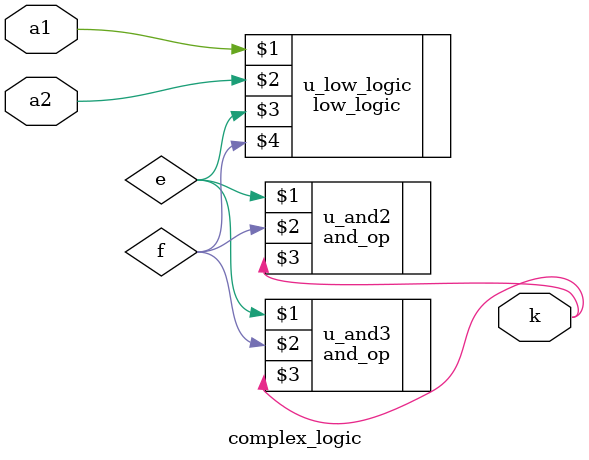
<source format=v>
module complex_logic
(
	input a1,
	input a2,
	output k
);

wire e,f;

low_logic u_low_logic(a1,a2,e,f);

and_op u_and2(e,f,k);
and_op u_and3(e,f,k);

endmodule
</source>
